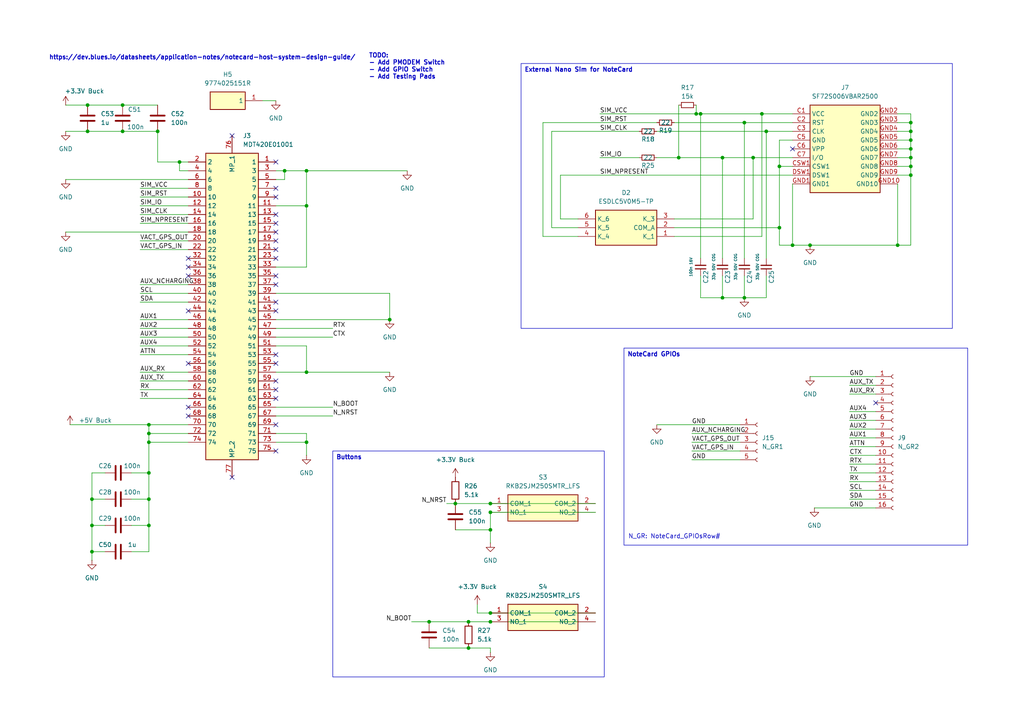
<source format=kicad_sch>
(kicad_sch (version 20250114) (generator "eeschema") (generator_version "9.0")
  (paper "A4")
  (title_block (title "Blue Note Card") (date "2025-11-26") (company "Quang Dinh Bui"))
  (lib_symbols
    (symbol "Connector:Conn_01x05_Socket" (pin_names (offset 1.016) (hide yes))
      (property "Reference" "J" (at 0 7.62 0))
      (property "Value" "Conn_01x05_Socket" (at 0 -7.62 0))
      (symbol "Conn_01x05_Socket_1_1"
        (polyline (pts (xy -1.27 5.08) (xy -0.508 5.08)) (stroke (width 0.1524)))
        (polyline (pts (xy -1.27 2.54) (xy -0.508 2.54)) (stroke (width 0.1524)))
        (polyline (pts (xy -1.27 0) (xy -0.508 0)) (stroke (width 0.1524)))
        (polyline (pts (xy -1.27 -2.54) (xy -0.508 -2.54)) (stroke (width 0.1524)))
        (polyline (pts (xy -1.27 -5.08) (xy -0.508 -5.08)) (stroke (width 0.1524)))
        (arc (start 0 4.572) (mid -0.5058 5.08) (end 0 5.588) (stroke (width 0.1524)))
        (arc (start 0 2.032) (mid -0.5058 2.54) (end 0 3.048) (stroke (width 0.1524)))
        (arc (start 0 -0.508) (mid -0.5058 0) (end 0 0.508) (stroke (width 0.1524)))
        (arc (start 0 -3.048) (mid -0.5058 -2.54) (end 0 -2.032) (stroke (width 0.1524)))
        (arc (start 0 -5.588) (mid -0.5058 -5.08) (end 0 -4.572) (stroke (width 0.1524)))
        (pin passive line (at -5.08 5.08 0) (length 3.81) (name "Pin_1") (number "1"))
        (pin passive line (at -5.08 2.54 0) (length 3.81) (name "Pin_2") (number "2"))
        (pin passive line (at -5.08 0 0) (length 3.81) (name "Pin_3") (number "3"))
        (pin passive line (at -5.08 -2.54 0) (length 3.81) (name "Pin_4") (number "4"))
        (pin passive line (at -5.08 -5.08 0) (length 3.81) (name "Pin_5") (number "5"))
      )
    )
    (symbol "Connector:Conn_01x16_Socket" (pin_names (offset 1.016) (hide yes))
      (property "Reference" "J" (at 0 20.32 0))
      (property "Value" "Conn_01x16_Socket" (at 0 -22.86 0))
      (symbol "Conn_01x16_Socket_1_1"
        (polyline (pts (xy -1.27 17.78) (xy -0.508 17.78)) (stroke (width 0.1524)))
        (polyline (pts (xy -1.27 15.24) (xy -0.508 15.24)) (stroke (width 0.1524)))
        (polyline (pts (xy -1.27 12.7) (xy -0.508 12.7)) (stroke (width 0.1524)))
        (polyline (pts (xy -1.27 10.16) (xy -0.508 10.16)) (stroke (width 0.1524)))
        (polyline (pts (xy -1.27 7.62) (xy -0.508 7.62)) (stroke (width 0.1524)))
        (polyline (pts (xy -1.27 5.08) (xy -0.508 5.08)) (stroke (width 0.1524)))
        (polyline (pts (xy -1.27 2.54) (xy -0.508 2.54)) (stroke (width 0.1524)))
        (polyline (pts (xy -1.27 0) (xy -0.508 0)) (stroke (width 0.1524)))
        (polyline (pts (xy -1.27 -2.54) (xy -0.508 -2.54)) (stroke (width 0.1524)))
        (polyline (pts (xy -1.27 -5.08) (xy -0.508 -5.08)) (stroke (width 0.1524)))
        (polyline (pts (xy -1.27 -7.62) (xy -0.508 -7.62)) (stroke (width 0.1524)))
        (polyline (pts (xy -1.27 -10.16) (xy -0.508 -10.16)) (stroke (width 0.1524)))
        (polyline (pts (xy -1.27 -12.7) (xy -0.508 -12.7)) (stroke (width 0.1524)))
        (polyline (pts (xy -1.27 -15.24) (xy -0.508 -15.24)) (stroke (width 0.1524)))
        (polyline (pts (xy -1.27 -17.78) (xy -0.508 -17.78)) (stroke (width 0.1524)))
        (polyline (pts (xy -1.27 -20.32) (xy -0.508 -20.32)) (stroke (width 0.1524)))
        (arc (start 0 17.272) (mid -0.5058 17.78) (end 0 18.288) (stroke (width 0.1524)))
        (arc (start 0 14.732) (mid -0.5058 15.24) (end 0 15.748) (stroke (width 0.1524)))
        (arc (start 0 12.192) (mid -0.5058 12.7) (end 0 13.208) (stroke (width 0.1524)))
        (arc (start 0 9.652) (mid -0.5058 10.16) (end 0 10.668) (stroke (width 0.1524)))
        (arc (start 0 7.112) (mid -0.5058 7.62) (end 0 8.128) (stroke (width 0.1524)))
        (arc (start 0 4.572) (mid -0.5058 5.08) (end 0 5.588) (stroke (width 0.1524)))
        (arc (start 0 2.032) (mid -0.5058 2.54) (end 0 3.048) (stroke (width 0.1524)))
        (arc (start 0 -0.508) (mid -0.5058 0) (end 0 0.508) (stroke (width 0.1524)))
        (arc (start 0 -3.048) (mid -0.5058 -2.54) (end 0 -2.032) (stroke (width 0.1524)))
        (arc (start 0 -5.588) (mid -0.5058 -5.08) (end 0 -4.572) (stroke (width 0.1524)))
        (arc (start 0 -8.128) (mid -0.5058 -7.62) (end 0 -7.112) (stroke (width 0.1524)))
        (arc (start 0 -10.668) (mid -0.5058 -10.16) (end 0 -9.652) (stroke (width 0.1524)))
        (arc (start 0 -13.208) (mid -0.5058 -12.7) (end 0 -12.192) (stroke (width 0.1524)))
        (arc (start 0 -15.748) (mid -0.5058 -15.24) (end 0 -14.732) (stroke (width 0.1524)))
        (arc (start 0 -18.288) (mid -0.5058 -17.78) (end 0 -17.272) (stroke (width 0.1524)))
        (arc (start 0 -20.828) (mid -0.5058 -20.32) (end 0 -19.812) (stroke (width 0.1524)))
        (pin passive line (at -5.08 17.78 0) (length 3.81) (name "Pin_1") (number "1"))
        (pin passive line (at -5.08 15.24 0) (length 3.81) (name "Pin_2") (number "2"))
        (pin passive line (at -5.08 12.7 0) (length 3.81) (name "Pin_3") (number "3"))
        (pin passive line (at -5.08 10.16 0) (length 3.81) (name "Pin_4") (number "4"))
        (pin passive line (at -5.08 7.62 0) (length 3.81) (name "Pin_5") (number "5"))
        (pin passive line (at -5.08 5.08 0) (length 3.81) (name "Pin_6") (number "6"))
        (pin passive line (at -5.08 2.54 0) (length 3.81) (name "Pin_7") (number "7"))
        (pin passive line (at -5.08 0 0) (length 3.81) (name "Pin_8") (number "8"))
        (pin passive line (at -5.08 -2.54 0) (length 3.81) (name "Pin_9") (number "9"))
        (pin passive line (at -5.08 -5.08 0) (length 3.81) (name "Pin_10") (number "10"))
        (pin passive line (at -5.08 -7.62 0) (length 3.81) (name "Pin_11") (number "11"))
        (pin passive line (at -5.08 -10.16 0) (length 3.81) (name "Pin_12") (number "12"))
        (pin passive line (at -5.08 -12.7 0) (length 3.81) (name "Pin_13") (number "13"))
        (pin passive line (at -5.08 -15.24 0) (length 3.81) (name "Pin_14") (number "14"))
        (pin passive line (at -5.08 -17.78 0) (length 3.81) (name "Pin_15") (number "15"))
        (pin passive line (at -5.08 -20.32 0) (length 3.81) (name "Pin_16") (number "16"))
      )
    )
    (symbol "Device:C" (pin_numbers (hide yes)) (pin_names (offset 0.254))
      (property "Reference" "C" (at 0.635 2.54 0))
      (property "Value" "C" (at 0.635 -2.54 0))
      (symbol "C_0_1"
        (polyline (pts (xy -2.032 0.762) (xy 2.032 0.762)) (stroke (width 0.508)))
        (polyline (pts (xy -2.032 -0.762) (xy 2.032 -0.762)) (stroke (width 0.508)))
      )
      (symbol "C_1_1"
        (pin passive line (at 0 3.81 270) (length 2.794) (name "~") (number "1"))
        (pin passive line (at 0 -3.81 90) (length 2.794) (name "~") (number "2"))
      )
    )
    (symbol "Device:C_Small" (pin_numbers (hide yes)) (pin_names (offset 0.254) (hide yes))
      (property "Reference" "C" (at 0.254 1.778 0))
      (property "Value" "C_Small" (at 0.254 -2.032 0))
      (symbol "C_Small_0_1"
        (polyline (pts (xy -1.524 0.508) (xy 1.524 0.508)) (stroke (width 0.3048)))
        (polyline (pts (xy -1.524 -0.508) (xy 1.524 -0.508)) (stroke (width 0.3302)))
      )
      (symbol "C_Small_1_1"
        (pin passive line (at 0 2.54 270) (length 2.032) (name "~") (number "1"))
        (pin passive line (at 0 -2.54 90) (length 2.032) (name "~") (number "2"))
      )
    )
    (symbol "Device:R" (pin_numbers (hide yes)) (pin_names (offset 0))
      (property "Reference" "R" (at 2.032 0 90))
      (property "Value" "R" (at 0 0 90))
      (symbol "R_0_1"
        (rectangle (start -1.016 -2.54) (end 1.016 2.54) (stroke (width 0.254)))
      )
      (symbol "R_1_1"
        (pin passive line (at 0 3.81 270) (length 1.27) (name "~") (number "1"))
        (pin passive line (at 0 -3.81 90) (length 1.27) (name "~") (number "2"))
      )
    )
    (symbol "Device:R_Small" (pin_numbers (hide yes)) (pin_names (offset 0.254) (hide yes))
      (property "Reference" "R" (at 0.762 0.508 0))
      (property "Value" "R_Small" (at 0.762 -1.016 0))
      (symbol "R_Small_0_1"
        (rectangle (start -0.762 1.778) (end 0.762 -1.778) (stroke (width 0.2032)))
      )
      (symbol "R_Small_1_1"
        (pin passive line (at 0 2.54 270) (length 0.762) (name "~") (number "1"))
        (pin passive line (at 0 -2.54 90) (length 0.762) (name "~") (number "2"))
      )
    )
    (symbol "SamacSys_Parts:9774025151R"
      (property "Reference" "H" (at 16.51 7.62 0))
      (property "Value" "9774025151R" (at 16.51 5.08 0))
      (symbol "9774025151R_1_1"
        (rectangle (start 5.08 2.54) (end 15.24 -2.54) (stroke (width 0.254)) (fill (type background)))
        (pin passive line (at 0 0 0) (length 5.08) (name "1") (number "1"))
      )
    )
    (symbol "SamacSys_Parts:ESDLC5V0M5-TP"
      (property "Reference" "D" (at 24.13 7.62 0))
      (property "Value" "ESDLC5V0M5-TP" (at 24.13 5.08 0))
      (symbol "ESDLC5V0M5-TP_1_1"
        (rectangle (start 5.08 2.54) (end 22.86 -7.62) (stroke (width 0.254)) (fill (type background)))
        (pin passive line (at 0 0 0) (length 5.08) (name "K_1") (number "1"))
        (pin passive line (at 0 -2.54 0) (length 5.08) (name "COM_A") (number "2"))
        (pin passive line (at 0 -5.08 0) (length 5.08) (name "K_3") (number "3"))
        (pin passive line (at 27.94 0 180) (length 5.08) (name "K_4") (number "4"))
        (pin passive line (at 27.94 -2.54 180) (length 5.08) (name "K_5") (number "5"))
        (pin passive line (at 27.94 -5.08 180) (length 5.08) (name "K_6") (number "6"))
      )
    )
    (symbol "SamacSys_Parts:MDT420E01001"
      (property "Reference" "J" (at 95.25 12.7 0))
      (property "Value" "MDT420E01001" (at 95.25 10.16 0))
      (symbol "MDT420E01001_1_1"
        (rectangle (start 5.08 7.62) (end 93.98 -7.62) (stroke (width 0.254)) (fill (type background)))
        (pin passive line (at 0 0 0) (length 5.08) (name "MP_1") (number "76"))
        (pin passive line (at 7.62 12.7 270) (length 5.08) (name "1") (number "1"))
        (pin passive line (at 7.62 -12.7 90) (length 5.08) (name "2") (number "2"))
        (pin passive line (at 10.16 12.7 270) (length 5.08) (name "3") (number "3"))
        (pin passive line (at 10.16 -12.7 90) (length 5.08) (name "4") (number "4"))
        (pin passive line (at 12.7 12.7 270) (length 5.08) (name "5") (number "5"))
        (pin passive line (at 12.7 -12.7 90) (length 5.08) (name "6") (number "6"))
        (pin passive line (at 15.24 12.7 270) (length 5.08) (name "7") (number "7"))
        (pin passive line (at 15.24 -12.7 90) (length 5.08) (name "8") (number "8"))
        (pin passive line (at 17.78 12.7 270) (length 5.08) (name "9") (number "9"))
        (pin passive line (at 17.78 -12.7 90) (length 5.08) (name "10") (number "10"))
        (pin passive line (at 20.32 12.7 270) (length 5.08) (name "11") (number "11"))
        (pin passive line (at 20.32 -12.7 90) (length 5.08) (name "12") (number "12"))
        (pin passive line (at 22.86 12.7 270) (length 5.08) (name "13") (number "13"))
        (pin passive line (at 22.86 -12.7 90) (length 5.08) (name "14") (number "14"))
        (pin passive line (at 25.4 12.7 270) (length 5.08) (name "15") (number "15"))
        (pin passive line (at 25.4 -12.7 90) (length 5.08) (name "16") (number "16"))
        (pin passive line (at 27.94 12.7 270) (length 5.08) (name "17") (number "17"))
        (pin passive line (at 27.94 -12.7 90) (length 5.08) (name "18") (number "18"))
        (pin passive line (at 30.48 12.7 270) (length 5.08) (name "19") (number "19"))
        (pin passive line (at 30.48 -12.7 90) (length 5.08) (name "20") (number "20"))
        (pin passive line (at 33.02 12.7 270) (length 5.08) (name "21") (number "21"))
        (pin passive line (at 33.02 -12.7 90) (length 5.08) (name "22") (number "22"))
        (pin passive line (at 35.56 12.7 270) (length 5.08) (name "23") (number "23"))
        (pin passive line (at 35.56 -12.7 90) (length 5.08) (name "32") (number "32"))
        (pin passive line (at 38.1 12.7 270) (length 5.08) (name "33") (number "33"))
        (pin passive line (at 38.1 -12.7 90) (length 5.08) (name "34") (number "34"))
        (pin passive line (at 40.64 12.7 270) (length 5.08) (name "35") (number "35"))
        (pin passive line (at 40.64 -12.7 90) (length 5.08) (name "36") (number "36"))
        (pin passive line (at 43.18 12.7 270) (length 5.08) (name "37") (number "37"))
        (pin passive line (at 43.18 -12.7 90) (length 5.08) (name "38") (number "38"))
        (pin passive line (at 45.72 12.7 270) (length 5.08) (name "39") (number "39"))
        (pin passive line (at 45.72 -12.7 90) (length 5.08) (name "40") (number "40"))
        (pin passive line (at 48.26 12.7 270) (length 5.08) (name "41") (number "41"))
        (pin passive line (at 48.26 -12.7 90) (length 5.08) (name "42") (number "42"))
        (pin passive line (at 50.8 12.7 270) (length 5.08) (name "43") (number "43"))
        (pin passive line (at 50.8 -12.7 90) (length 5.08) (name "44") (number "44"))
        (pin passive line (at 53.34 12.7 270) (length 5.08) (name "45") (number "45"))
        (pin passive line (at 53.34 -12.7 90) (length 5.08) (name "46") (number "46"))
        (pin passive line (at 55.88 12.7 270) (length 5.08) (name "47") (number "47"))
        (pin passive line (at 55.88 -12.7 90) (length 5.08) (name "48") (number "48"))
        (pin passive line (at 58.42 12.7 270) (length 5.08) (name "49") (number "49"))
        (pin passive line (at 58.42 -12.7 90) (length 5.08) (name "50") (number "50"))
        (pin passive line (at 60.96 12.7 270) (length 5.08) (name "51") (number "51"))
        (pin passive line (at 60.96 -12.7 90) (length 5.08) (name "52") (number "52"))
        (pin passive line (at 63.5 12.7 270) (length 5.08) (name "53") (number "53"))
        (pin passive line (at 63.5 -12.7 90) (length 5.08) (name "54") (number "54"))
        (pin passive line (at 66.04 12.7 270) (length 5.08) (name "55") (number "55"))
        (pin passive line (at 66.04 -12.7 90) (length 5.08) (name "56") (number "56"))
        (pin passive line (at 68.58 12.7 270) (length 5.08) (name "57") (number "57"))
        (pin passive line (at 68.58 -12.7 90) (length 5.08) (name "58") (number "58"))
        (pin passive line (at 71.12 12.7 270) (length 5.08) (name "59") (number "59"))
        (pin passive line (at 71.12 -12.7 90) (length 5.08) (name "60") (number "60"))
        (pin passive line (at 73.66 12.7 270) (length 5.08) (name "61") (number "61"))
        (pin passive line (at 73.66 -12.7 90) (length 5.08) (name "62") (number "62"))
        (pin passive line (at 76.2 12.7 270) (length 5.08) (name "63") (number "63"))
        (pin passive line (at 76.2 -12.7 90) (length 5.08) (name "64") (number "64"))
        (pin passive line (at 78.74 12.7 270) (length 5.08) (name "65") (number "65"))
        (pin passive line (at 78.74 -12.7 90) (length 5.08) (name "66") (number "66"))
        (pin passive line (at 81.28 12.7 270) (length 5.08) (name "67") (number "67"))
        (pin passive line (at 81.28 -12.7 90) (length 5.08) (name "68") (number "68"))
        (pin passive line (at 83.82 12.7 270) (length 5.08) (name "69") (number "69"))
        (pin passive line (at 83.82 -12.7 90) (length 5.08) (name "70") (number "70"))
        (pin passive line (at 86.36 12.7 270) (length 5.08) (name "71") (number "71"))
        (pin passive line (at 86.36 -12.7 90) (length 5.08) (name "72") (number "72"))
        (pin passive line (at 88.9 12.7 270) (length 5.08) (name "73") (number "73"))
        (pin passive line (at 88.9 -12.7 90) (length 5.08) (name "74") (number "74"))
        (pin passive line (at 91.44 12.7 270) (length 5.08) (name "75") (number "75"))
        (pin passive line (at 99.06 0 180) (length 5.08) (name "MP_2") (number "77"))
      )
    )
    (symbol "SamacSys_Parts:RKB2SJM250SMTR_LFS"
      (property "Reference" "S" (at 26.67 7.62 0))
      (property "Value" "RKB2SJM250SMTR_LFS" (at 26.67 5.08 0))
      (symbol "RKB2SJM250SMTR_LFS_1_1"
        (rectangle (start 5.08 2.54) (end 25.4 -5.08) (stroke (width 0.254)) (fill (type background)))
        (pin passive line (at 0 0 0) (length 5.08) (name "COM_1") (number "1"))
        (pin passive line (at 0 -2.54 0) (length 5.08) (name "NO_1") (number "3"))
        (pin passive line (at 30.48 0 180) (length 5.08) (name "COM_2") (number "2"))
        (pin passive line (at 30.48 -2.54 180) (length 5.08) (name "NO_2") (number "4"))
      )
    )
    (symbol "SamacSys_Parts:SF72S006VBAR2500"
      (property "Reference" "J" (at 26.67 7.62 0))
      (property "Value" "SF72S006VBAR2500" (at 26.67 5.08 0))
      (symbol "SF72S006VBAR2500_1_1"
        (rectangle (start 5.08 2.54) (end 25.4 -22.86) (stroke (width 0.254)) (fill (type background)))
        (pin passive line (at 0 0 0) (length 5.08) (name "VCC") (number "C1"))
        (pin passive line (at 0 -2.54 0) (length 5.08) (name "RST") (number "C2"))
        (pin passive line (at 0 -5.08 0) (length 5.08) (name "CLK") (number "C3"))
        (pin passive line (at 0 -7.62 0) (length 5.08) (name "GND") (number "C5"))
        (pin passive line (at 0 -10.16 0) (length 5.08) (name "VPP") (number "C6"))
        (pin passive line (at 0 -12.7 0) (length 5.08) (name "I/O") (number "C7"))
        (pin passive line (at 0 -15.24 0) (length 5.08) (name "CSW1") (number "CSW1"))
        (pin passive line (at 0 -17.78 0) (length 5.08) (name "DSW1") (number "DSW1"))
        (pin passive line (at 0 -20.32 0) (length 5.08) (name "GND1") (number "GND1"))
        (pin passive line (at 30.48 0 180) (length 5.08) (name "GND2") (number "GND2"))
        (pin passive line (at 30.48 -2.54 180) (length 5.08) (name "GND3") (number "GND3"))
        (pin passive line (at 30.48 -5.08 180) (length 5.08) (name "GND4") (number "GND4"))
        (pin passive line (at 30.48 -7.62 180) (length 5.08) (name "GND5") (number "GND5"))
        (pin passive line (at 30.48 -10.16 180) (length 5.08) (name "GND6") (number "GND6"))
        (pin passive line (at 30.48 -12.7 180) (length 5.08) (name "GND7") (number "GND7"))
        (pin passive line (at 30.48 -15.24 180) (length 5.08) (name "GND8") (number "GND8"))
        (pin passive line (at 30.48 -17.78 180) (length 5.08) (name "GND9") (number "GND9"))
        (pin passive line (at 30.48 -20.32 180) (length 5.08) (name "GND10") (number "GND10"))
      )
    )
    (symbol "power:+3.3V" (power) (pin_numbers (hide yes)) (pin_names (offset 0) (hide yes))
      (property "Value" "+3.3V" (at 0 3.556 0))
      (symbol "+3.3V_0_1"
        (polyline (pts (xy -0.762 1.27) (xy 0 2.54)))
        (polyline (pts (xy 0 2.54) (xy 0.762 1.27)))
        (polyline (pts (xy 0 0) (xy 0 2.54)))
      )
      (symbol "+3.3V_1_1"
        (pin power_in line (at 0 0 90) (length 0) (name "~") (number "1"))
      )
    )
    (symbol "power:+5V" (power) (pin_numbers (hide yes)) (pin_names (offset 0) (hide yes))
      (property "Value" "+5V" (at 0 3.556 0))
      (symbol "+5V_0_1"
        (polyline (pts (xy -0.762 1.27) (xy 0 2.54)))
        (polyline (pts (xy 0 2.54) (xy 0.762 1.27)))
        (polyline (pts (xy 0 0) (xy 0 2.54)))
      )
      (symbol "+5V_1_1"
        (pin power_in line (at 0 0 90) (length 0) (name "~") (number "1"))
      )
    )
    (symbol "power:GND" (power) (pin_numbers (hide yes)) (pin_names (offset 0) (hide yes))
      (property "Value" "GND" (at 0 -3.81 0))
      (symbol "GND_0_1"
        (polyline (pts (xy 0 0) (xy 0 -1.27) (xy 1.27 -1.27) (xy 0 -2.54) (xy -1.27 -1.27) (xy 0 -1.27)))
      )
      (symbol "GND_1_1"
        (pin power_in line (at 0 0 270) (length 0) (name "~") (number "1"))
      )
    )
  )
  (text "TODO:\n- Add PMODEM Switch\n- Add GPIO Switch\n- Add Testing Pads" (at 106.934 19.304 0) (effects (font (size 1.27 1.27) (thickness 0.254) (bold yes)) (justify left)))
  (text "https://dev.blues.io/datasheets/application-notes/notecard-host-system-design-guide/" (at 58.674 16.764 0) (effects (font (size 1.27 1.27) (thickness 0.254) (bold yes))))
  (text "N_GR: NoteCard_GPIOsRow#" (at 195.58 155.702 0) (effects (font (size 1.27 1.27))))
  (text_box "External Nano Sim for NoteCard" (at 151.13 18.415 0) (size 125.095 76.835) (margins 0.9525 0.9525 0.9525 0.9525) (effects (font (size 1.27 1.27) (thickness 0.254) (bold yes)) (justify left top)))
  (text_box "Buttons" (at 96.52 130.81 0) (size 78.74 65.532) (margins 0.9525 0.9525 0.9525 0.9525) (effects (font (size 1.27 1.27) (thickness 0.254) (bold yes)) (justify left top)))
  (text_box "NoteCard GPIOs" (at 180.975 100.965 0) (size 99.695 57.15) (margins 0.9525 0.9525 0.9525 0.9525) (effects (font (size 1.27 1.27) (thickness 0.254) (bold yes)) (justify left top)))
  (junction (at 229.87 71.12))
  (junction (at 215.9 86.36))
  (junction (at 135.89 180.34))
  (junction (at 142.24 146.05))
  (junction (at 88.9 107.95))
  (junction (at 135.89 187.96))
  (junction (at 220.98 33.02))
  (junction (at 25.4 38.1))
  (junction (at 35.56 30.48))
  (junction (at 264.16 50.8))
  (junction (at 264.16 48.26))
  (junction (at 234.95 71.12))
  (junction (at 124.46 180.34))
  (junction (at 26.67 152.4))
  (junction (at 264.16 40.64))
  (junction (at 142.24 177.8))
  (junction (at 43.18 125.73))
  (junction (at 43.18 137.16))
  (junction (at 43.18 128.27))
  (junction (at 142.24 148.59))
  (junction (at 82.55 49.53))
  (junction (at 264.16 45.72))
  (junction (at 201.93 33.02))
  (junction (at 226.06 66.04))
  (junction (at 209.55 45.72))
  (junction (at 45.72 38.1))
  (junction (at 26.67 160.02))
  (junction (at 142.24 153.67))
  (junction (at 25.4 30.48))
  (junction (at 264.16 43.18))
  (junction (at 43.18 152.4))
  (junction (at 226.06 48.26))
  (junction (at 264.16 35.56))
  (junction (at 88.9 59.69))
  (junction (at 26.67 144.78))
  (junction (at 113.03 92.71))
  (junction (at 196.85 45.72))
  (junction (at 88.9 49.53))
  (junction (at 43.18 123.19))
  (junction (at 209.55 86.36))
  (junction (at 264.16 38.1))
  (junction (at 52.07 46.99))
  (junction (at 142.24 180.34))
  (junction (at 43.18 144.78))
  (junction (at 215.9 35.56))
  (junction (at 132.08 146.05))
  (junction (at 203.2 33.02))
  (junction (at 218.44 45.72))
  (junction (at 222.25 38.1))
  (junction (at 88.9 128.27))
  (junction (at 260.35 71.12))
  (junction (at 35.56 38.1))
  (no_connect (at 254 116.84))
  (no_connect (at 54.61 74.93))
  (no_connect (at 80.01 69.85))
  (no_connect (at 80.01 57.15))
  (no_connect (at 54.61 105.41))
  (no_connect (at 80.01 67.31))
  (no_connect (at 80.01 105.41))
  (no_connect (at 80.01 115.57))
  (no_connect (at 80.01 110.49))
  (no_connect (at 80.01 123.19))
  (no_connect (at 80.01 62.23))
  (no_connect (at 54.61 120.65))
  (no_connect (at 54.61 118.11))
  (no_connect (at 80.01 80.01))
  (no_connect (at 80.01 46.99))
  (no_connect (at 229.87 43.18))
  (no_connect (at 80.01 102.87))
  (no_connect (at 80.01 72.39))
  (no_connect (at 80.01 130.81))
  (no_connect (at 54.61 80.01))
  (no_connect (at 54.61 90.17))
  (no_connect (at 80.01 113.03))
  (no_connect (at 80.01 54.61))
  (no_connect (at 80.01 82.55))
  (no_connect (at 80.01 74.93))
  (no_connect (at 80.01 87.63))
  (no_connect (at 67.31 138.43))
  (no_connect (at 67.31 39.37))
  (no_connect (at 80.01 90.17))
  (no_connect (at 80.01 64.77))
  (no_connect (at 54.61 77.47))
  (wire (pts (xy 218.44 63.5) (xy 218.44 45.72)))
  (wire (pts (xy 124.46 180.34) (xy 135.89 180.34)))
  (wire (pts (xy 203.2 74.93) (xy 203.2 33.02)))
  (wire (pts (xy 157.48 35.56) (xy 190.5 35.56)))
  (wire (pts (xy 38.1 152.4) (xy 43.18 152.4)))
  (wire (pts (xy 246.38 119.38) (xy 254 119.38)))
  (wire (pts (xy 160.02 38.1) (xy 185.42 38.1)))
  (wire (pts (xy 190.5 45.72) (xy 196.85 45.72)))
  (wire (pts (xy 80.01 125.73) (xy 88.9 125.73)))
  (wire (pts (xy 54.61 107.95) (xy 40.64 107.95)))
  (wire (pts (xy 54.61 46.99) (xy 52.07 46.99)))
  (wire (pts (xy 45.72 38.1) (xy 45.72 46.99)))
  (wire (pts (xy 260.35 45.72) (xy 264.16 45.72)))
  (wire (pts (xy 138.43 177.8) (xy 142.24 177.8)))
  (wire (pts (xy 43.18 137.16) (xy 43.18 144.78)))
  (wire (pts (xy 195.58 66.04) (xy 226.06 66.04)))
  (wire (pts (xy 30.48 152.4) (xy 26.67 152.4)))
  (wire (pts (xy 40.64 54.61) (xy 54.61 54.61)))
  (wire (pts (xy 43.18 144.78) (xy 43.18 152.4)))
  (wire (pts (xy 246.38 129.54) (xy 254 129.54)))
  (wire (pts (xy 209.55 86.36) (xy 215.9 86.36)))
  (wire (pts (xy 45.72 46.99) (xy 52.07 46.99)))
  (wire (pts (xy 222.25 74.93) (xy 222.25 38.1)))
  (wire (pts (xy 254 132.08) (xy 246.38 132.08)))
  (wire (pts (xy 215.9 74.93) (xy 215.9 35.56)))
  (wire (pts (xy 264.16 33.02) (xy 264.16 35.56)))
  (wire (pts (xy 30.48 137.16) (xy 26.67 137.16)))
  (wire (pts (xy 26.67 160.02) (xy 26.67 162.56)))
  (wire (pts (xy 264.16 50.8) (xy 264.16 71.12)))
  (wire (pts (xy 19.05 52.07) (xy 54.61 52.07)))
  (wire (pts (xy 264.16 71.12) (xy 260.35 71.12)))
  (wire (pts (xy 54.61 102.87) (xy 40.64 102.87)))
  (wire (pts (xy 246.38 124.46) (xy 254 124.46)))
  (wire (pts (xy 113.03 85.09) (xy 113.03 92.71)))
  (wire (pts (xy 80.01 120.65) (xy 96.52 120.65)))
  (wire (pts (xy 88.9 125.73) (xy 88.9 128.27)))
  (wire (pts (xy 54.61 82.55) (xy 40.64 82.55)))
  (wire (pts (xy 246.38 142.24) (xy 254 142.24)))
  (wire (pts (xy 54.61 85.09) (xy 40.64 85.09)))
  (wire (pts (xy 214.63 128.27) (xy 200.66 128.27)))
  (wire (pts (xy 82.55 49.53) (xy 80.01 49.53)))
  (wire (pts (xy 54.61 95.25) (xy 40.64 95.25)))
  (wire (pts (xy 88.9 128.27) (xy 88.9 132.08)))
  (wire (pts (xy 246.38 127) (xy 254 127)))
  (wire (pts (xy 80.01 85.09) (xy 113.03 85.09)))
  (wire (pts (xy 254 139.7) (xy 246.38 139.7)))
  (wire (pts (xy 19.05 67.31) (xy 54.61 67.31)))
  (wire (pts (xy 190.5 38.1) (xy 222.25 38.1)))
  (wire (pts (xy 229.87 53.34) (xy 229.87 71.12)))
  (wire (pts (xy 196.85 45.72) (xy 196.85 30.48)))
  (wire (pts (xy 264.16 45.72) (xy 264.16 48.26)))
  (wire (pts (xy 80.01 100.33) (xy 88.9 100.33)))
  (wire (pts (xy 25.4 30.48) (xy 35.56 30.48)))
  (wire (pts (xy 40.64 62.23) (xy 54.61 62.23)))
  (wire (pts (xy 190.5 123.19) (xy 214.63 123.19)))
  (wire (pts (xy 142.24 177.8) (xy 172.72 177.8)))
  (wire (pts (xy 43.18 128.27) (xy 43.18 137.16)))
  (wire (pts (xy 226.06 71.12) (xy 229.87 71.12)))
  (wire (pts (xy 54.61 125.73) (xy 43.18 125.73)))
  (wire (pts (xy 226.06 48.26) (xy 226.06 66.04)))
  (wire (pts (xy 30.48 144.78) (xy 26.67 144.78)))
  (wire (pts (xy 88.9 77.47) (xy 80.01 77.47)))
  (wire (pts (xy 229.87 48.26) (xy 226.06 48.26)))
  (wire (pts (xy 246.38 134.62) (xy 254 134.62)))
  (wire (pts (xy 43.18 123.19) (xy 54.61 123.19)))
  (wire (pts (xy 203.2 80.01) (xy 203.2 86.36)))
  (wire (pts (xy 209.55 80.01) (xy 209.55 86.36)))
  (wire (pts (xy 260.35 35.56) (xy 264.16 35.56)))
  (wire (pts (xy 142.24 189.23) (xy 142.24 187.96)))
  (wire (pts (xy 26.67 137.16) (xy 26.67 144.78)))
  (wire (pts (xy 260.35 71.12) (xy 234.95 71.12)))
  (wire (pts (xy 142.24 157.48) (xy 142.24 153.67)))
  (wire (pts (xy 246.38 137.16) (xy 254 137.16)))
  (wire (pts (xy 54.61 92.71) (xy 40.64 92.71)))
  (wire (pts (xy 132.08 153.67) (xy 142.24 153.67)))
  (wire (pts (xy 129.54 146.05) (xy 132.08 146.05)))
  (wire (pts (xy 80.01 95.25) (xy 96.52 95.25)))
  (wire (pts (xy 142.24 153.67) (xy 142.24 148.59)))
  (wire (pts (xy 246.38 111.76) (xy 254 111.76)))
  (wire (pts (xy 167.64 66.04) (xy 160.02 66.04)))
  (wire (pts (xy 222.25 86.36) (xy 215.9 86.36)))
  (wire (pts (xy 215.9 35.56) (xy 195.58 35.56)))
  (wire (pts (xy 19.05 30.48) (xy 25.4 30.48)))
  (wire (pts (xy 26.67 144.78) (xy 26.67 152.4)))
  (wire (pts (xy 124.46 187.96) (xy 135.89 187.96)))
  (wire (pts (xy 40.64 72.39) (xy 54.61 72.39)))
  (wire (pts (xy 38.1 137.16) (xy 43.18 137.16)))
  (wire (pts (xy 201.93 33.02) (xy 203.2 33.02)))
  (wire (pts (xy 157.48 68.58) (xy 157.48 35.56)))
  (wire (pts (xy 80.01 92.71) (xy 113.03 92.71)))
  (wire (pts (xy 260.35 48.26) (xy 264.16 48.26)))
  (wire (pts (xy 203.2 86.36) (xy 209.55 86.36)))
  (wire (pts (xy 82.55 49.53) (xy 88.9 49.53)))
  (wire (pts (xy 80.01 128.27) (xy 88.9 128.27)))
  (wire (pts (xy 80.01 52.07) (xy 82.55 52.07)))
  (wire (pts (xy 135.89 180.34) (xy 142.24 180.34)))
  (wire (pts (xy 88.9 59.69) (xy 88.9 49.53)))
  (wire (pts (xy 260.35 50.8) (xy 264.16 50.8)))
  (wire (pts (xy 54.61 115.57) (xy 40.64 115.57)))
  (wire (pts (xy 173.99 33.02) (xy 201.93 33.02)))
  (wire (pts (xy 222.25 80.01) (xy 222.25 86.36)))
  (wire (pts (xy 82.55 52.07) (xy 82.55 49.53)))
  (wire (pts (xy 214.63 133.35) (xy 200.66 133.35)))
  (wire (pts (xy 229.87 71.12) (xy 234.95 71.12)))
  (wire (pts (xy 43.18 152.4) (xy 43.18 160.02)))
  (wire (pts (xy 229.87 35.56) (xy 215.9 35.56)))
  (wire (pts (xy 162.56 50.8) (xy 229.87 50.8)))
  (wire (pts (xy 132.08 146.05) (xy 142.24 146.05)))
  (wire (pts (xy 88.9 107.95) (xy 113.03 107.95)))
  (wire (pts (xy 226.06 40.64) (xy 226.06 48.26)))
  (wire (pts (xy 43.18 125.73) (xy 43.18 128.27)))
  (wire (pts (xy 162.56 63.5) (xy 162.56 50.8)))
  (wire (pts (xy 167.64 68.58) (xy 157.48 68.58)))
  (wire (pts (xy 38.1 144.78) (xy 43.18 144.78)))
  (wire (pts (xy 260.35 33.02) (xy 264.16 33.02)))
  (wire (pts (xy 195.58 68.58) (xy 220.98 68.58)))
  (wire (pts (xy 203.2 33.02) (xy 220.98 33.02)))
  (wire (pts (xy 229.87 40.64) (xy 226.06 40.64)))
  (wire (pts (xy 220.98 68.58) (xy 220.98 33.02)))
  (wire (pts (xy 26.67 152.4) (xy 26.67 160.02)))
  (wire (pts (xy 142.24 146.05) (xy 172.72 146.05)))
  (wire (pts (xy 35.56 30.48) (xy 45.72 30.48)))
  (wire (pts (xy 142.24 180.34) (xy 172.72 180.34)))
  (wire (pts (xy 54.61 100.33) (xy 40.64 100.33)))
  (wire (pts (xy 214.63 125.73) (xy 200.66 125.73)))
  (wire (pts (xy 80.01 59.69) (xy 88.9 59.69)))
  (wire (pts (xy 88.9 77.47) (xy 88.9 59.69)))
  (wire (pts (xy 167.64 63.5) (xy 162.56 63.5)))
  (wire (pts (xy 80.01 107.95) (xy 88.9 107.95)))
  (wire (pts (xy 195.58 63.5) (xy 218.44 63.5)))
  (wire (pts (xy 142.24 148.59) (xy 172.72 148.59)))
  (wire (pts (xy 43.18 123.19) (xy 43.18 125.73)))
  (wire (pts (xy 260.35 40.64) (xy 264.16 40.64)))
  (wire (pts (xy 236.22 147.32) (xy 254 147.32)))
  (wire (pts (xy 215.9 80.01) (xy 215.9 86.36)))
  (wire (pts (xy 260.35 53.34) (xy 260.35 71.12)))
  (wire (pts (xy 80.01 118.11) (xy 96.52 118.11)))
  (wire (pts (xy 209.55 45.72) (xy 218.44 45.72)))
  (wire (pts (xy 40.64 69.85) (xy 54.61 69.85)))
  (wire (pts (xy 260.35 43.18) (xy 264.16 43.18)))
  (wire (pts (xy 209.55 74.93) (xy 209.55 45.72)))
  (wire (pts (xy 54.61 110.49) (xy 40.64 110.49)))
  (wire (pts (xy 25.4 38.1) (xy 35.56 38.1)))
  (wire (pts (xy 38.1 160.02) (xy 43.18 160.02)))
  (wire (pts (xy 40.64 57.15) (xy 54.61 57.15)))
  (wire (pts (xy 246.38 114.3) (xy 254 114.3)))
  (wire (pts (xy 264.16 40.64) (xy 264.16 43.18)))
  (wire (pts (xy 220.98 33.02) (xy 229.87 33.02)))
  (wire (pts (xy 138.43 177.8) (xy 138.43 175.26)))
  (wire (pts (xy 20.32 123.19) (xy 43.18 123.19)))
  (wire (pts (xy 234.95 109.22) (xy 254 109.22)))
  (wire (pts (xy 80.01 97.79) (xy 96.52 97.79)))
  (wire (pts (xy 52.07 49.53) (xy 52.07 46.99)))
  (wire (pts (xy 264.16 43.18) (xy 264.16 45.72)))
  (wire (pts (xy 88.9 49.53) (xy 118.11 49.53)))
  (wire (pts (xy 201.93 33.02) (xy 201.93 30.48)))
  (wire (pts (xy 25.4 38.1) (xy 19.05 38.1)))
  (wire (pts (xy 30.48 160.02) (xy 26.67 160.02)))
  (wire (pts (xy 54.61 128.27) (xy 43.18 128.27)))
  (wire (pts (xy 226.06 66.04) (xy 226.06 71.12)))
  (wire (pts (xy 35.56 38.1) (xy 45.72 38.1)))
  (wire (pts (xy 160.02 66.04) (xy 160.02 38.1)))
  (wire (pts (xy 40.64 59.69) (xy 54.61 59.69)))
  (wire (pts (xy 264.16 48.26) (xy 264.16 50.8)))
  (wire (pts (xy 264.16 35.56) (xy 264.16 38.1)))
  (wire (pts (xy 54.61 49.53) (xy 52.07 49.53)))
  (wire (pts (xy 80.01 29.21) (xy 76.2 29.21)))
  (wire (pts (xy 264.16 38.1) (xy 264.16 40.64)))
  (wire (pts (xy 222.25 38.1) (xy 229.87 38.1)))
  (wire (pts (xy 246.38 121.92) (xy 254 121.92)))
  (wire (pts (xy 196.85 45.72) (xy 209.55 45.72)))
  (wire (pts (xy 54.61 113.03) (xy 40.64 113.03)))
  (wire (pts (xy 40.64 64.77) (xy 54.61 64.77)))
  (wire (pts (xy 88.9 100.33) (xy 88.9 107.95)))
  (wire (pts (xy 54.61 87.63) (xy 40.64 87.63)))
  (wire (pts (xy 218.44 45.72) (xy 229.87 45.72)))
  (wire (pts (xy 214.63 130.81) (xy 200.66 130.81)))
  (wire (pts (xy 119.38 180.34) (xy 124.46 180.34)))
  (wire (pts (xy 246.38 144.78) (xy 254 144.78)))
  (wire (pts (xy 54.61 97.79) (xy 40.64 97.79)))
  (wire (pts (xy 173.99 45.72) (xy 185.42 45.72)))
  (wire (pts (xy 260.35 38.1) (xy 264.16 38.1)))
  (wire (pts (xy 135.89 187.96) (xy 142.24 187.96)))
  (label "AUX1" (at 246.38 127 0))
  (label "AUX_RX" (at 40.64 107.95 0))
  (label "AUX_TX" (at 246.38 111.76 0) (effects (font (thickness 0.1588))))
  (label "GND" (at 200.66 123.19 0))
  (label "RX" (at 40.64 113.03 0))
  (label "RTX" (at 96.52 95.25 0))
  (label "SIM_NPRESENT" (at 173.99 50.8 0))
  (label "AUX_TX" (at 40.64 110.49 0))
  (label "SIM_VCC" (at 40.64 54.61 0))
  (label "VACT_GPS_OUT" (at 200.66 128.27 0))
  (label "SIM_IO" (at 173.99 45.72 0))
  (label "CTX" (at 96.52 97.79 0))
  (label "AUX_NCHARGING" (at 200.66 125.73 0))
  (label "SCL" (at 246.38 142.24 0))
  (label "GND" (at 246.38 109.22 0) (effects (font (thickness 0.1588))))
  (label "SIM_VCC" (at 173.99 33.02 0))
  (label "SDA" (at 246.38 144.78 0))
  (label "SCL" (at 40.64 85.09 0))
  (label "VACT_GPS_IN" (at 40.64 72.39 0))
  (label "GND" (at 200.66 133.35 0))
  (label "N_NRST" (at 129.54 146.05 180) (effects (font (thickness 0.1588))))
  (label "RX" (at 246.38 139.7 0))
  (label "TX" (at 40.64 115.57 0))
  (label "TX" (at 246.38 137.16 0))
  (label "AUX_RX" (at 246.38 114.3 0) (effects (font (thickness 0.1588))))
  (label "ATTN" (at 40.64 102.87 0))
  (label "SIM_RST" (at 173.99 35.56 0))
  (label "SIM_CLK" (at 40.64 62.23 0))
  (label "SDA" (at 40.64 87.63 0))
  (label "VACT_GPS_OUT" (at 40.64 69.85 0))
  (label "RTX" (at 246.38 134.62 0))
  (label "AUX_NCHARGING" (at 40.64 82.55 0))
  (label "SIM_CLK" (at 173.99 38.1 0))
  (label "ATTN" (at 246.38 129.54 0))
  (label "VACT_GPS_IN" (at 200.66 130.81 0))
  (label "GND" (at 246.38 147.32 0))
  (label "AUX2" (at 40.64 95.25 0))
  (label "N_NRST" (at 96.52 120.65 0))
  (label "N_BOOT" (at 96.52 118.11 0))
  (label "AUX3" (at 246.38 121.92 0))
  (label "SIM_RST" (at 40.64 57.15 0))
  (label "AUX4" (at 246.38 119.38 0))
  (label "CTX" (at 246.38 132.08 0))
  (label "SIM_NPRESENT" (at 40.64 64.77 0))
  (label "SIM_IO" (at 40.64 59.69 0))
  (label "AUX1" (at 40.64 92.71 0))
  (label "AUX3" (at 40.64 97.79 0))
  (label "AUX4" (at 40.64 100.33 0))
  (label "N_BOOT" (at 119.38 180.34 180) (effects (font (thickness 0.1588))))
  (label "AUX2" (at 246.38 124.46 0))
  (symbol (lib_id "power:GND") (at 236.22 147.32 0) (unit 1)
    (property "Reference" "#PWR056" (effects (hide yes)))
    (property "Value" "GND" (at 236.22 152.4 0))
    (property "Description" "Power symbol creates a global label with name \"GND\" , ground" (effects (hide yes)))
  )
  (symbol (lib_id "Device:C") (at 132.08 149.86 0) (unit 1)
    (property "Reference" "C55" (at 135.89 148.5899 0) (effects (justify left)))
    (property "Value" "100n" (at 135.89 151.1299 0) (effects (justify left)))
    (property "Footprint" "Capacitor_SMD:C_0603_1608Metric_Pad1.08x0.95mm_HandSolder" (effects (hide yes)))
    (property "Description" "Unpolarized capacitor" (effects (hide yes)))
  )
  (symbol (lib_id "power:+3.3V") (at 138.43 175.26 0) (unit 1)
    (property "Reference" "#PWR060" (effects (hide yes)))
    (property "Value" "+3.3V Buck" (at 138.43 170.18 0))
    (property "Description" "Power symbol creates a global label with name \"+3.3V\"" (effects (hide yes)))
  )
  (symbol (lib_id "Device:C_Small") (at 222.25 77.47 180) (unit 1)
    (property "Reference" "C25" (at 223.774 82.296 90) (effects (justify right)))
    (property "Value" "33p 50V C0G" (at 219.71 81.28 90) (effects (font (size 0.762 0.762)) (justify right)))
    (property "Footprint" "Capacitor_SMD:C_0603_1608Metric_Pad1.08x0.95mm_HandSolder" (effects (hide yes)))
    (property "Description" "Unpolarized capacitor, small symbol" (effects (hide yes)))
  )
  (symbol (lib_id "power:+5V") (at 20.32 123.19 0) (unit 1)
    (property "Reference" "#PWR05" (effects (hide yes)))
    (property "Value" "+5V Buck" (at 22.86 121.9199 0) (effects (justify left)))
    (property "Description" "Power symbol creates a global label with name \"+5V\"" (effects (hide yes)))
  )
  (symbol (lib_id "power:GND") (at 80.01 29.21 0) (unit 1)
    (property "Reference" "#PWR042" (effects (hide yes)))
    (property "Value" "GND" (at 80.01 34.29 0))
    (property "Description" "Power symbol creates a global label with name \"GND\" , ground" (effects (hide yes)))
  )
  (symbol (lib_id "Connector:Conn_01x16_Socket") (at 259.08 127 0) (unit 1)
    (property "Reference" "J9" (at 260.35 126.9999 0) (effects (justify left)))
    (property "Value" "N_GR2" (at 260.35 129.5399 0) (effects (justify left)))
    (property "Footprint" "Connector_PinSocket_2.00mm:PinSocket_1x16_P2.00mm_Vertical" (effects (hide yes)))
    (property "Description" "Generic connector, single row, 01x16, script generated" (effects (hide yes)))
  )
  (symbol (lib_id "power:GND") (at 19.05 52.07 0) (unit 1)
    (property "Reference" "#PWR013" (effects (hide yes)))
    (property "Value" "GND" (at 19.05 57.15 0))
    (property "Description" "Power symbol creates a global label with name \"GND\" , ground" (effects (hide yes)))
  )
  (symbol (lib_id "power:GND") (at 215.9 86.36 0) (unit 1)
    (property "Reference" "#PWR052" (effects (hide yes)))
    (property "Value" "GND" (at 215.9 91.44 0))
    (property "Description" "Power symbol creates a global label with name \"GND\" , ground" (effects (hide yes)))
  )
  (symbol (lib_id "Device:C") (at 124.46 184.15 0) (unit 1)
    (property "Reference" "C54" (at 128.27 182.8799 0) (effects (justify left)))
    (property "Value" "100n" (at 128.27 185.4199 0) (effects (justify left)))
    (property "Footprint" "Capacitor_SMD:C_0603_1608Metric_Pad1.08x0.95mm_HandSolder" (effects (hide yes)))
    (property "Description" "Unpolarized capacitor" (effects (hide yes)))
  )
  (symbol (lib_id "Device:C_Small") (at 209.55 77.47 180) (unit 1)
    (property "Reference" "C23" (at 211.074 82.296 90) (effects (justify right)))
    (property "Value" "33p 50V C0G" (at 207.01 81.28 90) (effects (font (size 0.762 0.762)) (justify right)))
    (property "Footprint" "Capacitor_SMD:C_0603_1608Metric_Pad1.08x0.95mm_HandSolder" (effects (hide yes)))
    (property "Description" "Unpolarized capacitor, small symbol" (effects (hide yes)))
  )
  (symbol (lib_id "Device:C") (at 35.56 34.29 180) (unit 1)
    (property "Reference" "C51" (at 37.084 31.75 0) (effects (justify right)))
    (property "Value" "100n" (at 36.83 36.83 0) (effects (justify right)))
    (property "Footprint" "Capacitor_SMD:C_0603_1608Metric_Pad1.08x0.95mm_HandSolder" (effects (hide yes)))
    (property "Description" "Unpolarized capacitor" (effects (hide yes)))
  )
  (symbol (lib_id "SamacSys_Parts:ESDLC5V0M5-TP") (at 195.58 68.58 180) (unit 1)
    (property "Reference" "D2" (at 181.61 55.88 0))
    (property "Value" "ESDLC5V0M5-TP" (at 181.61 58.42 0))
    (property "Footprint" "SamacSys_Parts:SOTFL50P160X60-6N" (effects (hide yes)))
    (property "Datasheet" "https://datasheet.datasheetarchive.com/originals/distributors/Datasheets_SAMA/34432ded46cdc146a44bddccaea5b1f4.pdf" (effects (hide yes)))
    (property "Description" "ESD Suppressor TVS Uni-Dir 5V 6-Pin SOT-563 T/R" (effects (hide yes)))
    (property "Height" "0.6" (effects (hide yes)))
    (property "Mouser Part Number" "833-ESDLC5V0M5-TP" (effects (hide yes)))
    (property "Mouser Price/Stock" "https://www.mouser.co.uk/ProductDetail/Micro-Commercial-Components-MCC/ESDLC5V0M5-TP?qs=y6ZabgHbY%252BzwghwC8zQitQ%3D%3D" (effects (hide yes)))
    (property "Manufacturer_Name" "MCC" (effects (hide yes)))
    (property "Manufacturer_Part_Number" "ESDLC5V0M5-TP" (effects (hide yes)))
  )
  (symbol (lib_id "Device:C") (at 45.72 34.29 180) (unit 1)
    (property "Reference" "C52" (at 49.53 33.0199 0) (effects (justify right)))
    (property "Value" "100n" (at 49.53 35.5599 0) (effects (justify right)))
    (property "Footprint" "Capacitor_SMD:C_0603_1608Metric_Pad1.08x0.95mm_HandSolder" (effects (hide yes)))
    (property "Description" "Unpolarized capacitor" (effects (hide yes)))
  )
  (symbol (lib_id "Device:R_Small") (at 187.96 38.1 90) (unit 1)
    (property "Reference" "R18" (at 187.96 40.386 90))
    (property "Value" "22" (at 187.96 38.1 90))
    (property "Footprint" "Resistor_SMD:R_0603_1608Metric_Pad0.98x0.95mm_HandSolder" (effects (hide yes)))
    (property "Description" "Resistor, small symbol" (effects (hide yes)))
  )
  (symbol (lib_id "Device:C") (at 34.29 160.02 90) (unit 1)
    (property "Reference" "C50" (at 30.48 157.988 90))
    (property "Value" "1u" (at 38.354 157.988 90))
    (property "Footprint" "Capacitor_SMD:C_0805_2012Metric_Pad1.18x1.45mm_HandSolder" (effects (hide yes)))
    (property "Description" "Unpolarized capacitor" (effects (hide yes)))
  )
  (symbol (lib_id "SamacSys_Parts:RKB2SJM250SMTR_LFS") (at 142.24 177.8 0) (unit 1)
    (property "Reference" "S4" (at 157.48 170.18 0))
    (property "Value" "RKB2SJM250SMTR_LFS" (at 157.48 172.72 0))
    (property "Footprint" "SamacSys_Parts:RKB2SJM250SMTRLFS" (effects (hide yes)))
    (property "Datasheet" "https://www.ckswitches.com/media/3130/ck_rk_datasheet.pdf" (effects (hide yes)))
    (property "Description" "Tactile Switches J Bend SMT Term 180gf Force" (effects (hide yes)))
    (property "Height" "2.7" (effects (hide yes)))
    (property "Mouser Part Number" "611-RKB2SJM250SMTRLF" (effects (hide yes)))
    (property "Mouser Price/Stock" "https://www.mouser.co.uk/ProductDetail/CK/RKB2SJM250SMTR-LFS?qs=iLbezkQI%252Bsj518EgFgehgw%3D%3D" (effects (hide yes)))
    (property "Manufacturer_Name" "C & K COMPONENTS" (effects (hide yes)))
    (property "Manufacturer_Part_Number" "RKB2SJM250SMTR LFS" (effects (hide yes)))
  )
  (symbol (lib_id "SamacSys_Parts:9774025151R") (at 76.2 29.21 180) (unit 1)
    (property "Reference" "H5" (at 66.04 21.59 0))
    (property "Value" "9774025151R" (at 66.04 24.13 0))
    (property "Footprint" "SamacSys_Parts:9774025151R" (effects (hide yes)))
    (property "Datasheet" "https://www.we-online.com/components/products/download/3D_9774020151R+%28rev1%29.pdf" (effects (hide yes)))
    (property "Description" "WA-SMSI SMT Steel Spacer, M2.5 Internal non Stop steel, tin plated with internal thread M2.5 non stop outer  5.1mm, reduced to 3.5mm on PCB-side for a borehole body length 2.5mm on Reel, with Polyimide Tape" (effects (hide yes)))
    (property "Height" "3.9" (effects (hide yes)))
    (property "Mouser Part Number" "710-9774025151R" (effects (hide yes)))
    (property "Mouser Price/Stock" "https://www.mouser.co.uk/ProductDetail/Wurth-Elektronik/9774025151R?qs=KRpiEsko4Hn1l7MecUfDpA%3D%3D" (effects (hide yes)))
    (property "Manufacturer_Name" "Wurth Elektronik" (effects (hide yes)))
    (property "Manufacturer_Part_Number" "9774025151R" (effects (hide yes)))
  )
  (symbol (lib_id "SamacSys_Parts:SF72S006VBAR2500") (at 229.87 33.02 0) (unit 1)
    (property "Reference" "J7" (at 245.11 25.4 0))
    (property "Value" "SF72S006VBAR2500" (at 245.11 27.94 0))
    (property "Footprint" "SamacSys_Parts:SF72S006VBAR2500" (effects (hide yes)))
    (property "Datasheet" "https://componentsearchengine.com/Datasheets/1/SF72S006VBAR2500.pdf" (effects (hide yes)))
    (property "Description" "Memory Card Connectors PSH-PSH NANO SIM CRD 1.25 x 11.2 x14.35mm" (effects (hide yes)))
    (property "Height" "1.25" (effects (hide yes)))
    (property "Mouser Part Number" "656-SF72S006VBAR2500" (effects (hide yes)))
    (property "Mouser Price/Stock" "https://www.mouser.co.uk/ProductDetail/JAE-Electronics/SF72S006VBAR2500?qs=zwT864VV%2FINpxlkc4yTPCw%3D%3D" (effects (hide yes)))
    (property "Manufacturer_Name" "JAE" (effects (hide yes)))
    (property "Manufacturer_Part_Number" "SF72S006VBAR2500" (effects (hide yes)))
  )
  (symbol (lib_id "power:GND") (at 113.03 92.71 0) (unit 1)
    (property "Reference" "#PWR050" (effects (hide yes)))
    (property "Value" "GND" (at 113.03 97.79 0))
    (property "Description" "Power symbol creates a global label with name \"GND\" , ground" (effects (hide yes)))
  )
  (symbol (lib_id "Device:R") (at 135.89 184.15 180) (unit 1)
    (property "Reference" "R27" (at 138.43 182.8799 0) (effects (justify right)))
    (property "Value" "5.1k" (at 138.43 185.4199 0) (effects (justify right)))
    (property "Footprint" "Resistor_SMD:R_0603_1608Metric_Pad0.98x0.95mm_HandSolder" (effects (hide yes)))
    (property "Description" "Resistor" (effects (hide yes)))
  )
  (symbol (lib_id "power:GND") (at 142.24 189.23 0) (unit 1)
    (property "Reference" "#PWR062" (effects (hide yes)))
    (property "Value" "GND" (at 142.24 194.31 0))
    (property "Description" "Power symbol creates a global label with name \"GND\" , ground" (effects (hide yes)))
  )
  (symbol (lib_id "power:GND") (at 26.67 162.56 0) (unit 1)
    (property "Reference" "#PWR053" (effects (hide yes)))
    (property "Value" "GND" (at 26.67 167.64 0))
    (property "Description" "Power symbol creates a global label with name \"GND\" , ground" (effects (hide yes)))
  )
  (symbol (lib_id "SamacSys_Parts:RKB2SJM250SMTR_LFS") (at 142.24 146.05 0) (unit 1)
    (property "Reference" "S3" (at 157.48 138.43 0))
    (property "Value" "RKB2SJM250SMTR_LFS" (at 157.48 140.97 0))
    (property "Footprint" "SamacSys_Parts:RKB2SJM250SMTRLFS" (effects (hide yes)))
    (property "Datasheet" "https://www.ckswitches.com/media/3130/ck_rk_datasheet.pdf" (effects (hide yes)))
    (property "Description" "Tactile Switches J Bend SMT Term 180gf Force" (effects (hide yes)))
    (property "Height" "2.7" (effects (hide yes)))
    (property "Mouser Part Number" "611-RKB2SJM250SMTRLF" (effects (hide yes)))
    (property "Mouser Price/Stock" "https://www.mouser.co.uk/ProductDetail/CK/RKB2SJM250SMTR-LFS?qs=iLbezkQI%252Bsj518EgFgehgw%3D%3D" (effects (hide yes)))
    (property "Manufacturer_Name" "C & K COMPONENTS" (effects (hide yes)))
    (property "Manufacturer_Part_Number" "RKB2SJM250SMTR LFS" (effects (hide yes)))
  )
  (symbol (lib_id "Device:C") (at 34.29 144.78 90) (unit 1)
    (property "Reference" "C28" (at 30.48 142.748 90))
    (property "Value" "100n" (at 38.354 142.748 90))
    (property "Footprint" "Capacitor_SMD:C_0603_1608Metric_Pad1.08x0.95mm_HandSolder" (effects (hide yes)))
    (property "Description" "Unpolarized capacitor" (effects (hide yes)))
  )
  (symbol (lib_id "power:GND") (at 234.95 71.12 0) (unit 1)
    (property "Reference" "#PWR051" (effects (hide yes)))
    (property "Value" "GND" (at 234.95 76.2 0))
    (property "Description" "Power symbol creates a global label with name \"GND\" , ground" (effects (hide yes)))
  )
  (symbol (lib_id "power:GND") (at 19.05 38.1 0) (unit 1)
    (property "Reference" "#PWR054" (effects (hide yes)))
    (property "Value" "GND" (at 19.05 43.18 0))
    (property "Description" "Power symbol creates a global label with name \"GND\" , ground" (effects (hide yes)))
  )
  (symbol (lib_id "Device:C") (at 25.4 34.29 180) (unit 1)
    (property "Reference" "C53" (at 29.21 33.0199 0) (effects (justify right)))
    (property "Value" "1u" (at 29.21 35.5599 0) (effects (justify right)))
    (property "Footprint" "Capacitor_SMD:C_0805_2012Metric_Pad1.18x1.45mm_HandSolder" (effects (hide yes)))
    (property "Description" "Unpolarized capacitor" (effects (hide yes)))
  )
  (symbol (lib_id "power:GND") (at 118.11 49.53 0) (unit 1)
    (property "Reference" "#PWR011" (effects (hide yes)))
    (property "Value" "GND" (at 118.11 54.61 0))
    (property "Description" "Power symbol creates a global label with name \"GND\" , ground" (effects (hide yes)))
  )
  (symbol (lib_id "Device:C_Small") (at 215.9 77.47 180) (unit 1)
    (property "Reference" "C24" (at 217.424 82.296 90) (effects (justify right)))
    (property "Value" "33p 50V C0G" (at 213.36 81.28 90) (effects (font (size 0.762 0.762)) (justify right)))
    (property "Footprint" "Capacitor_SMD:C_0603_1608Metric_Pad1.08x0.95mm_HandSolder" (effects (hide yes)))
    (property "Description" "Unpolarized capacitor, small symbol" (effects (hide yes)))
  )
  (symbol (lib_id "SamacSys_Parts:MDT420E01001") (at 67.31 39.37 270) (unit 1)
    (property "Reference" "J3" (at 70.4281 39.37 90) (effects (justify left)))
    (property "Value" "MDT420E01001" (at 70.4281 41.91 90) (effects (justify left)))
    (property "Footprint" "SamacSys_Parts:MDT420E01001" (effects (hide yes)))
    (property "Datasheet" "https://cdn.amphenol-cs.com/media/wysiwyg/files/drawing/mdtxxxxxx001.pdf" (effects (hide yes)))
    (property "Description" "PCIe M.2 Connectors, Storage and Server Connector, P=0.5mm, H=4.2mm, Key E,30&mu;in Au Plating height-4.2" (effects (hide yes)))
    (property "Height" "4.2" (effects (hide yes)))
    (property "Mouser Part Number" "523-MDT420E01001" (effects (hide yes)))
    (property "Mouser Price/Stock" "https://www.mouser.co.uk/ProductDetail/Amphenol-FCI/MDT420E01001?qs=lrCDz5EUXIbvJuEZzMOQQQ%3D%3D" (effects (hide yes)))
    (property "Manufacturer_Name" "Amphenol Communications Solutions" (effects (hide yes)))
    (property "Manufacturer_Part_Number" "MDT420E01001" (effects (hide yes)))
  )
  (symbol (lib_id "Device:C") (at 34.29 137.16 90) (unit 1)
    (property "Reference" "C26" (at 30.48 135.128 90))
    (property "Value" "100n" (at 38.354 135.128 90))
    (property "Footprint" "Capacitor_SMD:C_0603_1608Metric_Pad1.08x0.95mm_HandSolder" (effects (hide yes)))
    (property "Description" "Unpolarized capacitor" (effects (hide yes)))
  )
  (symbol (lib_id "power:GND") (at 142.24 157.48 0) (unit 1)
    (property "Reference" "#PWR061" (effects (hide yes)))
    (property "Value" "GND" (at 142.24 162.56 0))
    (property "Description" "Power symbol creates a global label with name \"GND\" , ground" (effects (hide yes)))
  )
  (symbol (lib_id "power:GND") (at 19.05 67.31 0) (unit 1)
    (property "Reference" "#PWR041" (effects (hide yes)))
    (property "Value" "GND" (at 19.05 72.39 0))
    (property "Description" "Power symbol creates a global label with name \"GND\" , ground" (effects (hide yes)))
  )
  (symbol (lib_id "Device:R_Small") (at 199.39 30.48 270) (unit 1)
    (property "Reference" "R17" (at 199.39 25.4 90))
    (property "Value" "15k" (at 199.39 27.94 90))
    (property "Footprint" "Resistor_SMD:R_0805_2012Metric_Pad1.20x1.40mm_HandSolder" (effects (hide yes)))
    (property "Description" "Resistor, small symbol" (effects (hide yes)))
  )
  (symbol (lib_id "power:GND") (at 113.03 107.95 0) (unit 1)
    (property "Reference" "#PWR049" (effects (hide yes)))
    (property "Value" "GND" (at 113.03 113.03 0))
    (property "Description" "Power symbol creates a global label with name \"GND\" , ground" (effects (hide yes)))
  )
  (symbol (lib_id "Device:R_Small") (at 187.96 45.72 90) (unit 1)
    (property "Reference" "R25" (at 187.96 48.006 90))
    (property "Value" "22" (at 187.96 45.72 90))
    (property "Footprint" "Resistor_SMD:R_0603_1608Metric_Pad0.98x0.95mm_HandSolder" (effects (hide yes)))
    (property "Description" "Resistor, small symbol" (effects (hide yes)))
  )
  (symbol (lib_id "Connector:Conn_01x05_Socket") (at 219.71 128.27 0) (unit 1)
    (property "Reference" "J15" (at 220.98 126.9999 0) (effects (justify left)))
    (property "Value" "N_GR1" (at 220.98 129.5399 0) (effects (justify left)))
    (property "Footprint" "Connector_PinSocket_2.00mm:PinSocket_1x05_P2.00mm_Vertical" (effects (hide yes)))
    (property "Description" "Generic connector, single row, 01x05, script generated" (effects (hide yes)))
  )
  (symbol (lib_id "power:GND") (at 88.9 132.08 0) (unit 1)
    (property "Reference" "#PWR044" (effects (hide yes)))
    (property "Value" "GND" (at 88.9 137.16 0))
    (property "Description" "Power symbol creates a global label with name \"GND\" , ground" (effects (hide yes)))
  )
  (symbol (lib_id "power:GND") (at 234.95 109.22 0) (unit 1)
    (property "Reference" "#PWR055" (effects (hide yes)))
    (property "Value" "GND" (at 234.95 114.3 0))
    (property "Description" "Power symbol creates a global label with name \"GND\" , ground" (effects (hide yes)))
  )
  (symbol (lib_id "Device:C_Small") (at 203.2 77.47 180) (unit 1)
    (property "Reference" "C22" (at 204.724 82.296 90) (effects (justify right)))
    (property "Value" "100n 16V" (at 200.406 80.264 90) (effects (font (size 0.762 0.762)) (justify right)))
    (property "Footprint" "Capacitor_SMD:C_0603_1608Metric_Pad1.08x0.95mm_HandSolder" (effects (hide yes)))
    (property "Description" "Unpolarized capacitor, small symbol" (effects (hide yes)))
  )
  (symbol (lib_id "power:+3.3V") (at 132.08 138.43 0) (unit 1)
    (property "Reference" "#PWR059" (effects (hide yes)))
    (property "Value" "+3.3V Buck" (at 132.08 133.35 0))
    (property "Description" "Power symbol creates a global label with name \"+3.3V\"" (effects (hide yes)))
  )
  (symbol (lib_id "Device:R_Small") (at 193.04 35.56 90) (unit 1)
    (property "Reference" "R19" (at 193.04 37.846 90))
    (property "Value" "22" (at 193.04 35.56 90))
    (property "Footprint" "Resistor_SMD:R_0603_1608Metric_Pad0.98x0.95mm_HandSolder" (effects (hide yes)))
    (property "Description" "Resistor, small symbol" (effects (hide yes)))
  )
  (symbol (lib_id "power:+3.3V") (at 19.05 30.48 0) (unit 1)
    (property "Reference" "#PWR07" (effects (hide yes)))
    (property "Value" "+3.3V Buck" (at 18.796 26.416 0) (effects (justify left)))
    (property "Description" "Power symbol creates a global label with name \"+3.3V\"" (effects (hide yes)))
  )
  (symbol (lib_id "Device:R") (at 132.08 142.24 180) (unit 1)
    (property "Reference" "R26" (at 134.62 140.9699 0) (effects (justify right)))
    (property "Value" "5.1k" (at 134.62 143.5099 0) (effects (justify right)))
    (property "Footprint" "Resistor_SMD:R_0603_1608Metric_Pad0.98x0.95mm_HandSolder" (effects (hide yes)))
    (property "Description" "Resistor" (effects (hide yes)))
  )
  (symbol (lib_id "power:GND") (at 190.5 123.19 0) (unit 1)
    (property "Reference" "#PWR057" (effects (hide yes)))
    (property "Value" "GND" (at 190.5 128.27 0))
    (property "Description" "Power symbol creates a global label with name \"GND\" , ground" (effects (hide yes)))
  )
  (symbol (lib_id "Device:C") (at 34.29 152.4 90) (unit 1)
    (property "Reference" "C29" (at 30.48 150.368 90))
    (property "Value" "100n" (at 38.354 150.368 90))
    (property "Footprint" "Capacitor_SMD:C_0603_1608Metric_Pad1.08x0.95mm_HandSolder" (effects (hide yes)))
    (property "Description" "Unpolarized capacitor" (effects (hide yes)))
  )
)
</source>
